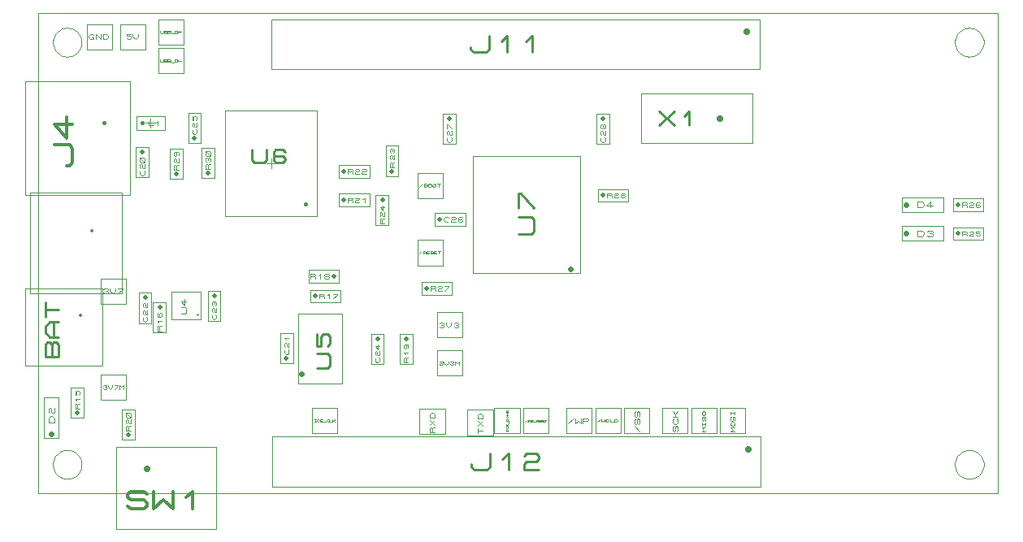
<source format=gbr>
G04 PROTEUS GERBER X2 FILE*
%TF.GenerationSoftware,Labcenter,Proteus,8.16-SP3-Build36097*%
%TF.CreationDate,2025-11-07T09:36:06+00:00*%
%TF.FileFunction,AssemblyDrawing,Top*%
%TF.FilePolarity,Positive*%
%TF.Part,Single*%
%TF.SameCoordinates,{7cfba198-d274-4d3b-beed-790fb78b42e9}*%
%FSLAX45Y45*%
%MOMM*%
G01*
%TA.AperFunction,Profile*%
%ADD30C,0.101600*%
%TA.AperFunction,Material*%
%ADD33C,0.101600*%
%ADD81C,0.450000*%
%ADD82C,0.321490*%
%ADD83C,0.711200*%
%ADD84C,0.284480*%
%ADD85C,0.640000*%
%ADD86C,0.228170*%
%ADD87C,0.299420*%
%ADD88C,0.609600*%
%ADD39C,0.099560*%
%ADD89C,0.508000*%
%ADD90C,0.076200*%
%ADD31C,0.063500*%
%ADD91C,0.050000*%
%ADD92C,0.340000*%
%ADD93C,0.227160*%
%ADD94C,0.084660*%
%ADD95C,0.254000*%
%ADD96C,0.093130*%
%ADD97C,0.571500*%
%ADD98C,0.221060*%
%ADD99C,0.036280*%
%ADD100C,0.031750*%
%ADD101C,0.025400*%
%ADD102C,0.050800*%
%ADD103C,0.266990*%
%ADD104C,0.042330*%
%ADD105C,0.411480*%
%ADD106C,0.222910*%
%ADD107C,0.396240*%
%ADD108C,0.069170*%
%ADD109C,0.360000*%
%TD.AperFunction*%
D30*
X-14000Y+13000D02*
X+9986000Y+13000D01*
X+9986000Y+5013000D01*
X-14000Y+5013000D01*
X-14000Y+13000D01*
X+9836000Y+4713000D02*
X+9835498Y+4725258D01*
X+9831422Y+4749775D01*
X+9822906Y+4774292D01*
X+9809032Y+4798809D01*
X+9787806Y+4823161D01*
X+9763289Y+4841555D01*
X+9738772Y+4853411D01*
X+9714255Y+4860315D01*
X+9689738Y+4862953D01*
X+9686000Y+4863000D01*
X+9536000Y+4713000D02*
X+9536502Y+4725258D01*
X+9540578Y+4749775D01*
X+9549094Y+4774292D01*
X+9562968Y+4798809D01*
X+9584194Y+4823161D01*
X+9608711Y+4841555D01*
X+9633228Y+4853411D01*
X+9657745Y+4860315D01*
X+9682262Y+4862953D01*
X+9686000Y+4863000D01*
X+9536000Y+4713000D02*
X+9536502Y+4700742D01*
X+9540578Y+4676225D01*
X+9549094Y+4651708D01*
X+9562968Y+4627191D01*
X+9584194Y+4602839D01*
X+9608711Y+4584445D01*
X+9633228Y+4572589D01*
X+9657745Y+4565685D01*
X+9682262Y+4563047D01*
X+9686000Y+4563000D01*
X+9836000Y+4713000D02*
X+9835498Y+4700742D01*
X+9831422Y+4676225D01*
X+9822906Y+4651708D01*
X+9809032Y+4627191D01*
X+9787806Y+4602839D01*
X+9763289Y+4584445D01*
X+9738772Y+4572589D01*
X+9714255Y+4565685D01*
X+9689738Y+4563047D01*
X+9686000Y+4563000D01*
X+9836000Y+313000D02*
X+9835498Y+325258D01*
X+9831422Y+349775D01*
X+9822906Y+374292D01*
X+9809032Y+398809D01*
X+9787806Y+423161D01*
X+9763289Y+441555D01*
X+9738772Y+453411D01*
X+9714255Y+460315D01*
X+9689738Y+462953D01*
X+9686000Y+463000D01*
X+9536000Y+313000D02*
X+9536502Y+325258D01*
X+9540578Y+349775D01*
X+9549094Y+374292D01*
X+9562968Y+398809D01*
X+9584194Y+423161D01*
X+9608711Y+441555D01*
X+9633228Y+453411D01*
X+9657745Y+460315D01*
X+9682262Y+462953D01*
X+9686000Y+463000D01*
X+9536000Y+313000D02*
X+9536502Y+300742D01*
X+9540578Y+276225D01*
X+9549094Y+251708D01*
X+9562968Y+227191D01*
X+9584194Y+202839D01*
X+9608711Y+184445D01*
X+9633228Y+172589D01*
X+9657745Y+165685D01*
X+9682262Y+163047D01*
X+9686000Y+163000D01*
X+9836000Y+313000D02*
X+9835498Y+300742D01*
X+9831422Y+276225D01*
X+9822906Y+251708D01*
X+9809032Y+227191D01*
X+9787806Y+202839D01*
X+9763289Y+184445D01*
X+9738772Y+172589D01*
X+9714255Y+165685D01*
X+9689738Y+163047D01*
X+9686000Y+163000D01*
X+436000Y+313000D02*
X+435498Y+325258D01*
X+431422Y+349775D01*
X+422906Y+374292D01*
X+409032Y+398809D01*
X+387806Y+423161D01*
X+363289Y+441555D01*
X+338772Y+453411D01*
X+314255Y+460315D01*
X+289738Y+462953D01*
X+286000Y+463000D01*
X+136000Y+313000D02*
X+136502Y+325258D01*
X+140578Y+349775D01*
X+149094Y+374292D01*
X+162968Y+398809D01*
X+184194Y+423161D01*
X+208711Y+441555D01*
X+233228Y+453411D01*
X+257745Y+460315D01*
X+282262Y+462953D01*
X+286000Y+463000D01*
X+136000Y+313000D02*
X+136502Y+300742D01*
X+140578Y+276225D01*
X+149094Y+251708D01*
X+162968Y+227191D01*
X+184194Y+202839D01*
X+208711Y+184445D01*
X+233228Y+172589D01*
X+257745Y+165685D01*
X+282262Y+163047D01*
X+286000Y+163000D01*
X+436000Y+313000D02*
X+435498Y+300742D01*
X+431422Y+276225D01*
X+422906Y+251708D01*
X+409032Y+227191D01*
X+387806Y+202839D01*
X+363289Y+184445D01*
X+338772Y+172589D01*
X+314255Y+165685D01*
X+289738Y+163047D01*
X+286000Y+163000D01*
X+436000Y+4713000D02*
X+435498Y+4725258D01*
X+431422Y+4749775D01*
X+422906Y+4774292D01*
X+409032Y+4798809D01*
X+387806Y+4823161D01*
X+363289Y+4841555D01*
X+338772Y+4853411D01*
X+314255Y+4860315D01*
X+289738Y+4862953D01*
X+286000Y+4863000D01*
X+136000Y+4713000D02*
X+136502Y+4725258D01*
X+140578Y+4749775D01*
X+149094Y+4774292D01*
X+162968Y+4798809D01*
X+184194Y+4823161D01*
X+208711Y+4841555D01*
X+233228Y+4853411D01*
X+257745Y+4860315D01*
X+282262Y+4862953D01*
X+286000Y+4863000D01*
X+136000Y+4713000D02*
X+136502Y+4700742D01*
X+140578Y+4676225D01*
X+149094Y+4651708D01*
X+162968Y+4627191D01*
X+184194Y+4602839D01*
X+208711Y+4584445D01*
X+233228Y+4572589D01*
X+257745Y+4565685D01*
X+282262Y+4563047D01*
X+286000Y+4563000D01*
X+436000Y+4713000D02*
X+435498Y+4700742D01*
X+431422Y+4676225D01*
X+422906Y+4651708D01*
X+409032Y+4627191D01*
X+387806Y+4602839D01*
X+363289Y+4584445D01*
X+338772Y+4572589D01*
X+314255Y+4565685D01*
X+289738Y+4563047D01*
X+286000Y+4563000D01*
D33*
X-155080Y+3120000D02*
X+937000Y+3120000D01*
X+937000Y+4310000D01*
X-155080Y+4310000D01*
X-155080Y+3120000D01*
D81*
X+670000Y+3870000D02*
X+670000Y+3870000D01*
D82*
X+278359Y+3425659D02*
X+310508Y+3425659D01*
X+342657Y+3461826D01*
X+342657Y+3606497D01*
X+310508Y+3642664D01*
X+149763Y+3642664D01*
X+278359Y+3932005D02*
X+278359Y+3715000D01*
X+149763Y+3859670D01*
X+342657Y+3859670D01*
D33*
X+2411920Y+4433920D02*
X+7502080Y+4433920D01*
X+7502080Y+4952080D01*
X+2411920Y+4952080D01*
X+2411920Y+4433920D01*
D83*
X+7370000Y+4820000D02*
X+7370000Y+4820000D01*
D84*
X+4489132Y+4664552D02*
X+4489132Y+4636104D01*
X+4521136Y+4607656D01*
X+4649152Y+4607656D01*
X+4681156Y+4636104D01*
X+4681156Y+4778344D01*
X+4809172Y+4721448D02*
X+4873180Y+4778344D01*
X+4873180Y+4607656D01*
X+5065204Y+4721448D02*
X+5129212Y+4778344D01*
X+5129212Y+4607656D01*
D33*
X+2421920Y+83920D02*
X+7512080Y+83920D01*
X+7512080Y+602080D01*
X+2421920Y+602080D01*
X+2421920Y+83920D01*
D83*
X+7380000Y+470000D02*
X+7380000Y+470000D01*
D84*
X+4499132Y+314552D02*
X+4499132Y+286104D01*
X+4531136Y+257656D01*
X+4659152Y+257656D01*
X+4691156Y+286104D01*
X+4691156Y+428344D01*
X+4819172Y+371448D02*
X+4883180Y+428344D01*
X+4883180Y+257656D01*
X+5043200Y+399896D02*
X+5075204Y+428344D01*
X+5171216Y+428344D01*
X+5203220Y+399896D01*
X+5203220Y+371448D01*
X+5171216Y+343000D01*
X+5075204Y+343000D01*
X+5043200Y+314552D01*
X+5043200Y+257656D01*
X+5203220Y+257656D01*
D33*
X+6264920Y+3664920D02*
X+7425080Y+3664920D01*
X+7425080Y+4175080D01*
X+6264920Y+4175080D01*
X+6264920Y+3664920D01*
D85*
X+7090000Y+3920000D02*
X+7090000Y+3920000D01*
D86*
X+6456105Y+3988452D02*
X+6610121Y+3851548D01*
X+6456105Y+3851548D02*
X+6610121Y+3988452D01*
X+6712798Y+3942817D02*
X+6764137Y+3988452D01*
X+6764137Y+3851548D01*
D33*
X+800000Y-355080D02*
X+1840000Y-355080D01*
X+1840000Y+495080D01*
X+800000Y+495080D01*
X+800000Y-355080D01*
D85*
X+1120000Y+270000D02*
X+1120000Y+270000D01*
D87*
X+915779Y-118425D02*
X+949464Y-148368D01*
X+1084204Y-148368D01*
X+1117889Y-118425D01*
X+1117889Y-88483D01*
X+1084204Y-58540D01*
X+949464Y-58540D01*
X+915779Y-28598D01*
X+915779Y+1344D01*
X+949464Y+31287D01*
X+1084204Y+31287D01*
X+1117889Y+1344D01*
X+1185260Y+31287D02*
X+1185260Y-148368D01*
X+1286315Y-58540D01*
X+1387370Y-148368D01*
X+1387370Y+31287D01*
X+1522111Y-28598D02*
X+1589481Y+31287D01*
X+1589481Y-148368D01*
D33*
X+43800Y+585550D02*
X+196200Y+585550D01*
X+196200Y+1014450D01*
X+43800Y+1014450D01*
X+43800Y+585550D01*
D88*
X+120000Y+630000D02*
X+120000Y+630000D01*
D39*
X+149871Y+747854D02*
X+90130Y+747854D01*
X+90130Y+792659D01*
X+110044Y+815062D01*
X+129957Y+815062D01*
X+149871Y+792659D01*
X+149871Y+747854D01*
X+100087Y+848666D02*
X+90130Y+859867D01*
X+90130Y+893471D01*
X+100087Y+904673D01*
X+110044Y+904673D01*
X+120000Y+893471D01*
X+120000Y+859867D01*
X+129957Y+848666D01*
X+149871Y+848666D01*
X+149871Y+904673D01*
D33*
X+326500Y+799200D02*
X+458580Y+799200D01*
X+458580Y+1114160D01*
X+326500Y+1114160D01*
X+326500Y+799200D01*
D89*
X+390000Y+850000D02*
X+390000Y+850000D01*
D90*
X+415400Y+891910D02*
X+369680Y+891910D01*
X+369680Y+934772D01*
X+377300Y+943345D01*
X+384920Y+943345D01*
X+392540Y+934772D01*
X+392540Y+891910D01*
X+392540Y+934772D02*
X+400160Y+943345D01*
X+415400Y+943345D01*
X+384920Y+977635D02*
X+369680Y+994780D01*
X+415400Y+994780D01*
X+369680Y+1080505D02*
X+369680Y+1037642D01*
X+384920Y+1037642D01*
X+384920Y+1071932D01*
X+392540Y+1080505D01*
X+407780Y+1080505D01*
X+415400Y+1071932D01*
X+415400Y+1046215D01*
X+407780Y+1037642D01*
D33*
X+856500Y+569200D02*
X+988580Y+569200D01*
X+988580Y+884160D01*
X+856500Y+884160D01*
X+856500Y+569200D01*
D89*
X+920000Y+620000D02*
X+920000Y+620000D01*
D90*
X+945400Y+661910D02*
X+899680Y+661910D01*
X+899680Y+704772D01*
X+907300Y+713345D01*
X+914920Y+713345D01*
X+922540Y+704772D01*
X+922540Y+661910D01*
X+922540Y+704772D02*
X+930160Y+713345D01*
X+945400Y+713345D01*
X+907300Y+739062D02*
X+899680Y+747635D01*
X+899680Y+773352D01*
X+907300Y+781925D01*
X+914920Y+781925D01*
X+922540Y+773352D01*
X+922540Y+747635D01*
X+930160Y+739062D01*
X+945400Y+739062D01*
X+945400Y+781925D01*
X+937780Y+799070D02*
X+907300Y+799070D01*
X+899680Y+807642D01*
X+899680Y+841932D01*
X+907300Y+850505D01*
X+937780Y+850505D01*
X+945400Y+841932D01*
X+945400Y+807642D01*
X+937780Y+799070D01*
X+945400Y+799070D02*
X+899680Y+850505D01*
D33*
X+637920Y+987920D02*
X+902080Y+987920D01*
X+902080Y+1252080D01*
X+637920Y+1252080D01*
X+637920Y+987920D01*
D31*
X+662843Y+1132700D02*
X+669987Y+1139050D01*
X+691418Y+1139050D01*
X+698562Y+1132700D01*
X+698562Y+1126350D01*
X+691418Y+1120000D01*
X+698562Y+1113650D01*
X+698562Y+1107300D01*
X+691418Y+1100950D01*
X+669987Y+1100950D01*
X+662843Y+1107300D01*
X+677131Y+1120000D02*
X+691418Y+1120000D01*
X+712850Y+1139050D02*
X+712850Y+1120000D01*
X+734281Y+1100950D01*
X+755712Y+1120000D01*
X+755712Y+1139050D01*
X+777143Y+1139050D02*
X+812862Y+1139050D01*
X+812862Y+1132700D01*
X+777143Y+1100950D01*
X+827150Y+1100950D02*
X+827150Y+1139050D01*
X+848581Y+1120000D01*
X+870012Y+1139050D01*
X+870012Y+1100950D01*
D91*
X-152000Y+1343000D02*
X+652000Y+1343000D01*
X+652000Y+2147000D01*
X-152000Y+2147000D01*
X-152000Y+1343000D01*
D92*
X+420000Y+1870000D02*
X+420000Y+1870000D01*
D93*
X+192401Y+1438324D02*
X+56100Y+1438324D01*
X+56100Y+1566105D01*
X+78817Y+1591662D01*
X+101534Y+1591662D01*
X+124250Y+1566105D01*
X+146967Y+1591662D01*
X+169684Y+1591662D01*
X+192401Y+1566105D01*
X+192401Y+1438324D01*
X+124250Y+1438324D02*
X+124250Y+1566105D01*
X+192401Y+1642775D02*
X+101534Y+1642775D01*
X+56100Y+1693887D01*
X+56100Y+1745000D01*
X+101534Y+1796113D01*
X+192401Y+1796113D01*
X+146967Y+1642775D02*
X+146967Y+1796113D01*
X+56100Y+1847226D02*
X+56100Y+2000564D01*
X+56100Y+1923895D02*
X+192401Y+1923895D01*
D33*
X+637920Y+1987920D02*
X+902080Y+1987920D01*
X+902080Y+2252080D01*
X+637920Y+2252080D01*
X+637920Y+1987920D01*
D94*
X+665226Y+2136933D02*
X+674751Y+2145399D01*
X+703326Y+2145399D01*
X+712851Y+2136933D01*
X+712851Y+2128466D01*
X+703326Y+2120000D01*
X+712851Y+2111533D01*
X+712851Y+2103066D01*
X+703326Y+2094600D01*
X+674751Y+2094600D01*
X+665226Y+2103066D01*
X+684276Y+2120000D02*
X+703326Y+2120000D01*
X+731901Y+2145399D02*
X+731901Y+2120000D01*
X+760475Y+2094600D01*
X+789050Y+2120000D01*
X+789050Y+2145399D01*
X+817624Y+2145399D02*
X+865249Y+2145399D01*
X+865249Y+2136933D01*
X+817624Y+2094600D01*
D33*
X+1371410Y+1826490D02*
X+1673670Y+1826490D01*
X+1673670Y+2116050D01*
X+1371410Y+2116050D01*
X+1371410Y+1826490D01*
D95*
X+1641920Y+1873480D02*
X+1641920Y+1873480D01*
D96*
X+1472375Y+1887451D02*
X+1518942Y+1887451D01*
X+1528255Y+1897928D01*
X+1528255Y+1939837D01*
X+1518942Y+1950315D01*
X+1472375Y+1950315D01*
X+1509628Y+2034134D02*
X+1509628Y+1971270D01*
X+1472375Y+2013179D01*
X+1528255Y+2013179D01*
D33*
X+1751420Y+1805840D02*
X+1883500Y+1805840D01*
X+1883500Y+2120800D01*
X+1751420Y+2120800D01*
X+1751420Y+1805840D01*
D89*
X+1820000Y+2070000D02*
X+1820000Y+2070000D01*
D90*
X+1832700Y+1873785D02*
X+1840320Y+1865212D01*
X+1840320Y+1839495D01*
X+1825080Y+1822350D01*
X+1809840Y+1822350D01*
X+1794600Y+1839495D01*
X+1794600Y+1865212D01*
X+1802220Y+1873785D01*
X+1802220Y+1899502D02*
X+1794600Y+1908075D01*
X+1794600Y+1933792D01*
X+1802220Y+1942365D01*
X+1809840Y+1942365D01*
X+1817460Y+1933792D01*
X+1817460Y+1908075D01*
X+1825080Y+1899502D01*
X+1840320Y+1899502D01*
X+1840320Y+1942365D01*
X+1802220Y+1968082D02*
X+1794600Y+1976655D01*
X+1794600Y+2002372D01*
X+1802220Y+2010945D01*
X+1809840Y+2010945D01*
X+1817460Y+2002372D01*
X+1825080Y+2010945D01*
X+1832700Y+2010945D01*
X+1840320Y+2002372D01*
X+1840320Y+1976655D01*
X+1832700Y+1968082D01*
X+1817460Y+1985227D02*
X+1817460Y+2002372D01*
D33*
X+2506500Y+1369200D02*
X+2638580Y+1369200D01*
X+2638580Y+1684160D01*
X+2506500Y+1684160D01*
X+2506500Y+1369200D01*
D89*
X+2570000Y+1420000D02*
X+2570000Y+1420000D01*
D90*
X+2587780Y+1513345D02*
X+2595400Y+1504772D01*
X+2595400Y+1479055D01*
X+2580160Y+1461910D01*
X+2564920Y+1461910D01*
X+2549680Y+1479055D01*
X+2549680Y+1504772D01*
X+2557300Y+1513345D01*
X+2557300Y+1539062D02*
X+2549680Y+1547635D01*
X+2549680Y+1573352D01*
X+2557300Y+1581925D01*
X+2564920Y+1581925D01*
X+2572540Y+1573352D01*
X+2572540Y+1547635D01*
X+2580160Y+1539062D01*
X+2595400Y+1539062D01*
X+2595400Y+1581925D01*
X+2564920Y+1616215D02*
X+2549680Y+1633360D01*
X+2595400Y+1633360D01*
D33*
X+2691400Y+1158050D02*
X+3148600Y+1158050D01*
X+3148600Y+1881950D01*
X+2691400Y+1881950D01*
X+2691400Y+1158050D01*
D97*
X+2729500Y+1259650D02*
X+2729500Y+1259650D01*
D98*
X+2887018Y+1321043D02*
X+2997550Y+1321043D01*
X+3019657Y+1345912D01*
X+3019657Y+1445391D01*
X+2997550Y+1470260D01*
X+2887018Y+1470260D01*
X+2887018Y+1669217D02*
X+2887018Y+1544869D01*
X+2931231Y+1544869D01*
X+2931231Y+1644348D01*
X+2953337Y+1669217D01*
X+2997550Y+1669217D01*
X+3019657Y+1644348D01*
X+3019657Y+1569739D01*
X+2997550Y+1544869D01*
D33*
X+2819200Y+2001420D02*
X+3134160Y+2001420D01*
X+3134160Y+2133500D01*
X+2819200Y+2133500D01*
X+2819200Y+2001420D01*
D89*
X+2870000Y+2070000D02*
X+2870000Y+2070000D01*
D90*
X+2911910Y+2044600D02*
X+2911910Y+2090320D01*
X+2954772Y+2090320D01*
X+2963345Y+2082700D01*
X+2963345Y+2075080D01*
X+2954772Y+2067460D01*
X+2911910Y+2067460D01*
X+2954772Y+2067460D02*
X+2963345Y+2059840D01*
X+2963345Y+2044600D01*
X+2997635Y+2075080D02*
X+3014780Y+2090320D01*
X+3014780Y+2044600D01*
X+3057642Y+2090320D02*
X+3100505Y+2090320D01*
X+3100505Y+2082700D01*
X+3057642Y+2044600D01*
D33*
X+3451420Y+1355840D02*
X+3583500Y+1355840D01*
X+3583500Y+1670800D01*
X+3451420Y+1670800D01*
X+3451420Y+1355840D01*
D89*
X+3520000Y+1620000D02*
X+3520000Y+1620000D01*
D90*
X+3532700Y+1423785D02*
X+3540320Y+1415212D01*
X+3540320Y+1389495D01*
X+3525080Y+1372350D01*
X+3509840Y+1372350D01*
X+3494600Y+1389495D01*
X+3494600Y+1415212D01*
X+3502220Y+1423785D01*
X+3502220Y+1449502D02*
X+3494600Y+1458075D01*
X+3494600Y+1483792D01*
X+3502220Y+1492365D01*
X+3509840Y+1492365D01*
X+3517460Y+1483792D01*
X+3517460Y+1458075D01*
X+3525080Y+1449502D01*
X+3540320Y+1449502D01*
X+3540320Y+1492365D01*
X+3525080Y+1560945D02*
X+3525080Y+1509510D01*
X+3494600Y+1543800D01*
X+3540320Y+1543800D01*
D33*
X+2805840Y+2206500D02*
X+3120800Y+2206500D01*
X+3120800Y+2338580D01*
X+2805840Y+2338580D01*
X+2805840Y+2206500D01*
D89*
X+3070000Y+2270000D02*
X+3070000Y+2270000D01*
D90*
X+2822350Y+2249680D02*
X+2822350Y+2295400D01*
X+2865212Y+2295400D01*
X+2873785Y+2287780D01*
X+2873785Y+2280160D01*
X+2865212Y+2272540D01*
X+2822350Y+2272540D01*
X+2865212Y+2272540D02*
X+2873785Y+2264920D01*
X+2873785Y+2249680D01*
X+2908075Y+2280160D02*
X+2925220Y+2295400D01*
X+2925220Y+2249680D01*
X+2976655Y+2272540D02*
X+2968082Y+2280160D01*
X+2968082Y+2287780D01*
X+2976655Y+2295400D01*
X+3002372Y+2295400D01*
X+3010945Y+2287780D01*
X+3010945Y+2280160D01*
X+3002372Y+2272540D01*
X+2976655Y+2272540D01*
X+2968082Y+2264920D01*
X+2968082Y+2257300D01*
X+2976655Y+2249680D01*
X+3002372Y+2249680D01*
X+3010945Y+2257300D01*
X+3010945Y+2264920D01*
X+3002372Y+2272540D01*
D33*
X+3751420Y+1355840D02*
X+3883500Y+1355840D01*
X+3883500Y+1670800D01*
X+3751420Y+1670800D01*
X+3751420Y+1355840D01*
D89*
X+3820000Y+1620000D02*
X+3820000Y+1620000D01*
D90*
X+3840320Y+1372350D02*
X+3794600Y+1372350D01*
X+3794600Y+1415212D01*
X+3802220Y+1423785D01*
X+3809840Y+1423785D01*
X+3817460Y+1415212D01*
X+3817460Y+1372350D01*
X+3817460Y+1415212D02*
X+3825080Y+1423785D01*
X+3840320Y+1423785D01*
X+3809840Y+1458075D02*
X+3794600Y+1475220D01*
X+3840320Y+1475220D01*
X+3809840Y+1560945D02*
X+3817460Y+1552372D01*
X+3817460Y+1526655D01*
X+3809840Y+1518082D01*
X+3802220Y+1518082D01*
X+3794600Y+1526655D01*
X+3794600Y+1552372D01*
X+3802220Y+1560945D01*
X+3832700Y+1560945D01*
X+3840320Y+1552372D01*
X+3840320Y+1526655D01*
D33*
X+2837920Y+637920D02*
X+3102080Y+637920D01*
X+3102080Y+902080D01*
X+2837920Y+902080D01*
X+2837920Y+637920D01*
D99*
X+2859786Y+780886D02*
X+2876114Y+780886D01*
X+2867950Y+780886D02*
X+2867950Y+759115D01*
X+2859786Y+759115D02*
X+2876114Y+759115D01*
X+2912852Y+762743D02*
X+2908770Y+759115D01*
X+2896524Y+759115D01*
X+2888360Y+766372D01*
X+2888360Y+773629D01*
X+2896524Y+780886D01*
X+2908770Y+780886D01*
X+2912852Y+777257D01*
X+2945508Y+759115D02*
X+2921016Y+759115D01*
X+2921016Y+780886D01*
X+2945508Y+780886D01*
X+2921016Y+770000D02*
X+2937344Y+770000D01*
X+2953672Y+755486D02*
X+2978164Y+755486D01*
X+3010820Y+762743D02*
X+3006738Y+759115D01*
X+2994492Y+759115D01*
X+2986328Y+766372D01*
X+2986328Y+773629D01*
X+2994492Y+780886D01*
X+3006738Y+780886D01*
X+3010820Y+777257D01*
X+3018984Y+780886D02*
X+3018984Y+759115D01*
X+3043476Y+759115D01*
X+3051640Y+780886D02*
X+3051640Y+759115D01*
X+3076132Y+780886D02*
X+3063886Y+770000D01*
X+3076132Y+759115D01*
X+3051640Y+770000D02*
X+3063886Y+770000D01*
D33*
X+4137920Y+1237920D02*
X+4402080Y+1237920D01*
X+4402080Y+1502080D01*
X+4137920Y+1502080D01*
X+4137920Y+1237920D01*
D31*
X+4162843Y+1382700D02*
X+4169987Y+1389050D01*
X+4191418Y+1389050D01*
X+4198562Y+1382700D01*
X+4198562Y+1376350D01*
X+4191418Y+1370000D01*
X+4198562Y+1363650D01*
X+4198562Y+1357300D01*
X+4191418Y+1350950D01*
X+4169987Y+1350950D01*
X+4162843Y+1357300D01*
X+4177131Y+1370000D02*
X+4191418Y+1370000D01*
X+4212850Y+1389050D02*
X+4212850Y+1370000D01*
X+4234281Y+1350950D01*
X+4255712Y+1370000D01*
X+4255712Y+1389050D01*
X+4277143Y+1382700D02*
X+4284287Y+1389050D01*
X+4305718Y+1389050D01*
X+4312862Y+1382700D01*
X+4312862Y+1376350D01*
X+4305718Y+1370000D01*
X+4312862Y+1363650D01*
X+4312862Y+1357300D01*
X+4305718Y+1350950D01*
X+4284287Y+1350950D01*
X+4277143Y+1357300D01*
X+4291431Y+1370000D02*
X+4305718Y+1370000D01*
X+4327150Y+1350950D02*
X+4327150Y+1389050D01*
X+4348581Y+1370000D01*
X+4370012Y+1389050D01*
X+4370012Y+1350950D01*
D33*
X+4137920Y+1637920D02*
X+4402080Y+1637920D01*
X+4402080Y+1902080D01*
X+4137920Y+1902080D01*
X+4137920Y+1637920D01*
D94*
X+4165226Y+1786933D02*
X+4174751Y+1795399D01*
X+4203326Y+1795399D01*
X+4212851Y+1786933D01*
X+4212851Y+1778466D01*
X+4203326Y+1770000D01*
X+4212851Y+1761533D01*
X+4212851Y+1753066D01*
X+4203326Y+1744600D01*
X+4174751Y+1744600D01*
X+4165226Y+1753066D01*
X+4184276Y+1770000D02*
X+4203326Y+1770000D01*
X+4231901Y+1795399D02*
X+4231901Y+1770000D01*
X+4260475Y+1744600D01*
X+4289050Y+1770000D01*
X+4289050Y+1795399D01*
X+4317624Y+1786933D02*
X+4327149Y+1795399D01*
X+4355724Y+1795399D01*
X+4365249Y+1786933D01*
X+4365249Y+1778466D01*
X+4355724Y+1770000D01*
X+4365249Y+1761533D01*
X+4365249Y+1753066D01*
X+4355724Y+1744600D01*
X+4327149Y+1744600D01*
X+4317624Y+1753066D01*
X+4336674Y+1770000D02*
X+4355724Y+1770000D01*
D33*
X+3957920Y+627920D02*
X+4222080Y+627920D01*
X+4222080Y+892080D01*
X+3957920Y+892080D01*
X+3957920Y+627920D01*
D94*
X+4115400Y+645702D02*
X+4064601Y+645702D01*
X+4064601Y+693326D01*
X+4073067Y+702851D01*
X+4081534Y+702851D01*
X+4090000Y+693326D01*
X+4090000Y+645702D01*
X+4090000Y+693326D02*
X+4098467Y+702851D01*
X+4115400Y+702851D01*
X+4064601Y+721901D02*
X+4115400Y+779050D01*
X+4115400Y+721901D02*
X+4064601Y+779050D01*
X+4115400Y+798100D02*
X+4064601Y+798100D01*
X+4064601Y+836199D01*
X+4081534Y+855249D01*
X+4098467Y+855249D01*
X+4115400Y+836199D01*
X+4115400Y+798100D01*
D33*
X+4457920Y+617920D02*
X+4722080Y+617920D01*
X+4722080Y+882080D01*
X+4457920Y+882080D01*
X+4457920Y+617920D01*
D94*
X+4564601Y+635702D02*
X+4564601Y+692851D01*
X+4564601Y+664276D02*
X+4615400Y+664276D01*
X+4564601Y+711901D02*
X+4615400Y+769050D01*
X+4615400Y+711901D02*
X+4564601Y+769050D01*
X+4615400Y+788100D02*
X+4564601Y+788100D01*
X+4564601Y+826199D01*
X+4581534Y+845249D01*
X+4598467Y+845249D01*
X+4615400Y+826199D01*
X+4615400Y+788100D01*
D33*
X+4737920Y+637920D02*
X+5002080Y+637920D01*
X+5002080Y+902080D01*
X+4737920Y+902080D01*
X+4737920Y+637920D01*
D100*
X+4860475Y+659271D02*
X+4860475Y+673559D01*
X+4860475Y+666415D02*
X+4879525Y+666415D01*
X+4879525Y+659271D02*
X+4879525Y+673559D01*
X+4876350Y+705706D02*
X+4879525Y+702134D01*
X+4879525Y+691418D01*
X+4873175Y+684275D01*
X+4866825Y+684275D01*
X+4860475Y+691418D01*
X+4860475Y+702134D01*
X+4863650Y+705706D01*
X+4879525Y+734281D02*
X+4879525Y+712850D01*
X+4860475Y+712850D01*
X+4860475Y+734281D01*
X+4870000Y+712850D02*
X+4870000Y+727137D01*
X+4882700Y+741425D02*
X+4882700Y+762856D01*
X+4879525Y+770000D02*
X+4860475Y+770000D01*
X+4860475Y+784287D01*
X+4866825Y+791431D01*
X+4873175Y+791431D01*
X+4879525Y+784287D01*
X+4879525Y+770000D01*
X+4866825Y+798575D02*
X+4860475Y+805718D01*
X+4860475Y+812862D01*
X+4866825Y+820006D01*
X+4873175Y+820006D01*
X+4879525Y+812862D01*
X+4879525Y+805718D01*
X+4873175Y+798575D01*
X+4866825Y+798575D01*
X+4879525Y+827150D02*
X+4860475Y+827150D01*
X+4879525Y+848581D01*
X+4860475Y+848581D01*
X+4879525Y+877156D02*
X+4879525Y+855725D01*
X+4860475Y+855725D01*
X+4860475Y+877156D01*
X+4870000Y+855725D02*
X+4870000Y+870012D01*
D33*
X+5037920Y+637920D02*
X+5302080Y+637920D01*
X+5302080Y+902080D01*
X+5037920Y+902080D01*
X+5037920Y+637920D01*
D101*
X+5072845Y+777620D02*
X+5055700Y+762380D01*
X+5081417Y+777620D02*
X+5092847Y+777620D01*
X+5087132Y+777620D02*
X+5087132Y+762380D01*
X+5081417Y+762380D02*
X+5092847Y+762380D01*
X+5118565Y+764920D02*
X+5115707Y+762380D01*
X+5107135Y+762380D01*
X+5101420Y+767460D01*
X+5101420Y+772540D01*
X+5107135Y+777620D01*
X+5115707Y+777620D01*
X+5118565Y+775080D01*
X+5141425Y+762380D02*
X+5124280Y+762380D01*
X+5124280Y+777620D01*
X+5141425Y+777620D01*
X+5124280Y+770000D02*
X+5135710Y+770000D01*
X+5147140Y+759840D02*
X+5164285Y+759840D01*
X+5170000Y+762380D02*
X+5170000Y+777620D01*
X+5184287Y+777620D01*
X+5187145Y+775080D01*
X+5187145Y+772540D01*
X+5184287Y+770000D01*
X+5170000Y+770000D01*
X+5184287Y+770000D02*
X+5187145Y+767460D01*
X+5187145Y+762380D01*
X+5210005Y+762380D02*
X+5192860Y+762380D01*
X+5192860Y+777620D01*
X+5210005Y+777620D01*
X+5192860Y+770000D02*
X+5204290Y+770000D01*
X+5215720Y+764920D02*
X+5218577Y+762380D01*
X+5230007Y+762380D01*
X+5232865Y+764920D01*
X+5232865Y+767460D01*
X+5230007Y+770000D01*
X+5218577Y+770000D01*
X+5215720Y+772540D01*
X+5215720Y+775080D01*
X+5218577Y+777620D01*
X+5230007Y+777620D01*
X+5232865Y+775080D01*
X+5255725Y+762380D02*
X+5238580Y+762380D01*
X+5238580Y+777620D01*
X+5255725Y+777620D01*
X+5238580Y+770000D02*
X+5250010Y+770000D01*
X+5261440Y+777620D02*
X+5278585Y+777620D01*
X+5270012Y+777620D02*
X+5270012Y+762380D01*
D33*
X+5487920Y+637920D02*
X+5752080Y+637920D01*
X+5752080Y+902080D01*
X+5487920Y+902080D01*
X+5487920Y+637920D01*
D94*
X+5562851Y+795399D02*
X+5505702Y+744600D01*
X+5581901Y+795399D02*
X+5581901Y+744600D01*
X+5610475Y+770000D01*
X+5639050Y+744600D01*
X+5639050Y+795399D01*
X+5658100Y+744600D02*
X+5658100Y+795399D01*
X+5705724Y+795399D01*
X+5715249Y+786933D01*
X+5715249Y+778466D01*
X+5705724Y+770000D01*
X+5658100Y+770000D01*
D33*
X+5787920Y+637920D02*
X+6052080Y+637920D01*
X+6052080Y+902080D01*
X+5787920Y+902080D01*
X+5787920Y+637920D01*
D102*
X+5839990Y+785240D02*
X+5805700Y+754760D01*
X+5851420Y+754760D02*
X+5851420Y+785240D01*
X+5885710Y+785240D02*
X+5885710Y+754760D01*
X+5851420Y+770000D02*
X+5885710Y+770000D01*
X+5897140Y+775080D02*
X+5908570Y+785240D01*
X+5920000Y+785240D01*
X+5931430Y+775080D01*
X+5931430Y+764920D01*
X+5920000Y+754760D01*
X+5908570Y+754760D01*
X+5897140Y+764920D01*
X+5897140Y+775080D01*
X+5942860Y+785240D02*
X+5942860Y+754760D01*
X+5977150Y+754760D01*
X+5988580Y+754760D02*
X+5988580Y+785240D01*
X+6011440Y+785240D01*
X+6022870Y+775080D01*
X+6022870Y+764920D01*
X+6011440Y+754760D01*
X+5988580Y+754760D01*
D33*
X+6087920Y+637920D02*
X+6352080Y+637920D01*
X+6352080Y+902080D01*
X+6087920Y+902080D01*
X+6087920Y+637920D01*
D94*
X+6194601Y+712851D02*
X+6245400Y+655702D01*
X+6236934Y+731901D02*
X+6245400Y+741425D01*
X+6245400Y+779525D01*
X+6236934Y+789050D01*
X+6228467Y+789050D01*
X+6220000Y+779525D01*
X+6220000Y+741425D01*
X+6211534Y+731901D01*
X+6203067Y+731901D01*
X+6194601Y+741425D01*
X+6194601Y+779525D01*
X+6203067Y+789050D01*
X+6236934Y+808100D02*
X+6245400Y+817624D01*
X+6245400Y+855724D01*
X+6236934Y+865249D01*
X+6228467Y+865249D01*
X+6220000Y+855724D01*
X+6220000Y+817624D01*
X+6211534Y+808100D01*
X+6203067Y+808100D01*
X+6194601Y+817624D01*
X+6194601Y+855724D01*
X+6203067Y+865249D01*
D33*
X+6487920Y+637920D02*
X+6752080Y+637920D01*
X+6752080Y+902080D01*
X+6487920Y+902080D01*
X+6487920Y+637920D01*
D94*
X+6636934Y+655702D02*
X+6645400Y+665226D01*
X+6645400Y+703326D01*
X+6636934Y+712851D01*
X+6628467Y+712851D01*
X+6620000Y+703326D01*
X+6620000Y+665226D01*
X+6611534Y+655702D01*
X+6603067Y+655702D01*
X+6594601Y+665226D01*
X+6594601Y+703326D01*
X+6603067Y+712851D01*
X+6636934Y+789050D02*
X+6645400Y+779525D01*
X+6645400Y+750950D01*
X+6628467Y+731901D01*
X+6611534Y+731901D01*
X+6594601Y+750950D01*
X+6594601Y+779525D01*
X+6603067Y+789050D01*
X+6594601Y+808100D02*
X+6645400Y+808100D01*
X+6594601Y+865249D02*
X+6620000Y+836674D01*
X+6645400Y+865249D01*
X+6620000Y+808100D02*
X+6620000Y+836674D01*
D33*
X+6787920Y+637920D02*
X+7052080Y+637920D01*
X+7052080Y+902080D01*
X+6787920Y+902080D01*
X+6787920Y+637920D01*
D31*
X+6939050Y+655700D02*
X+6900950Y+655700D01*
X+6920000Y+677131D01*
X+6900950Y+698562D01*
X+6939050Y+698562D01*
X+6900950Y+719993D02*
X+6900950Y+748568D01*
X+6900950Y+734281D02*
X+6939050Y+734281D01*
X+6939050Y+719993D02*
X+6939050Y+748568D01*
X+6932700Y+770000D02*
X+6939050Y+777143D01*
X+6939050Y+805718D01*
X+6932700Y+812862D01*
X+6926350Y+812862D01*
X+6920000Y+805718D01*
X+6920000Y+777143D01*
X+6913650Y+770000D01*
X+6907300Y+770000D01*
X+6900950Y+777143D01*
X+6900950Y+805718D01*
X+6907300Y+812862D01*
X+6913650Y+827150D02*
X+6900950Y+841437D01*
X+6900950Y+855725D01*
X+6913650Y+870012D01*
X+6926350Y+870012D01*
X+6939050Y+855725D01*
X+6939050Y+841437D01*
X+6926350Y+827150D01*
X+6913650Y+827150D01*
D33*
X+7087920Y+637920D02*
X+7352080Y+637920D01*
X+7352080Y+902080D01*
X+7087920Y+902080D01*
X+7087920Y+637920D01*
D31*
X+7239050Y+655700D02*
X+7200950Y+655700D01*
X+7220000Y+677131D01*
X+7200950Y+698562D01*
X+7239050Y+698562D01*
X+7213650Y+712850D02*
X+7200950Y+727137D01*
X+7200950Y+741425D01*
X+7213650Y+755712D01*
X+7226350Y+755712D01*
X+7239050Y+741425D01*
X+7239050Y+727137D01*
X+7226350Y+712850D01*
X+7213650Y+712850D01*
X+7232700Y+770000D02*
X+7239050Y+777143D01*
X+7239050Y+805718D01*
X+7232700Y+812862D01*
X+7226350Y+812862D01*
X+7220000Y+805718D01*
X+7220000Y+777143D01*
X+7213650Y+770000D01*
X+7207300Y+770000D01*
X+7200950Y+777143D01*
X+7200950Y+805718D01*
X+7207300Y+812862D01*
X+7200950Y+834293D02*
X+7200950Y+862868D01*
X+7200950Y+848581D02*
X+7239050Y+848581D01*
X+7239050Y+834293D02*
X+7239050Y+862868D01*
D33*
X+4511200Y+2310400D02*
X+5628800Y+2310400D01*
X+5628800Y+3529600D01*
X+4511200Y+3529600D01*
X+4511200Y+2310400D01*
D97*
X+5527200Y+2348500D02*
X+5527200Y+2348500D01*
D103*
X+4989902Y+2713041D02*
X+5123400Y+2713041D01*
X+5150099Y+2743078D01*
X+5150099Y+2863226D01*
X+5123400Y+2893263D01*
X+4989902Y+2893263D01*
X+4989902Y+2983374D02*
X+4989902Y+3133559D01*
X+5016601Y+3133559D01*
X+5150099Y+2983374D01*
D33*
X+5801420Y+3655840D02*
X+5933500Y+3655840D01*
X+5933500Y+3970800D01*
X+5801420Y+3970800D01*
X+5801420Y+3655840D01*
D89*
X+5870000Y+3920000D02*
X+5870000Y+3920000D01*
D90*
X+5882700Y+3723785D02*
X+5890320Y+3715212D01*
X+5890320Y+3689495D01*
X+5875080Y+3672350D01*
X+5859840Y+3672350D01*
X+5844600Y+3689495D01*
X+5844600Y+3715212D01*
X+5852220Y+3723785D01*
X+5852220Y+3749502D02*
X+5844600Y+3758075D01*
X+5844600Y+3783792D01*
X+5852220Y+3792365D01*
X+5859840Y+3792365D01*
X+5867460Y+3783792D01*
X+5867460Y+3758075D01*
X+5875080Y+3749502D01*
X+5890320Y+3749502D01*
X+5890320Y+3792365D01*
X+5867460Y+3826655D02*
X+5859840Y+3818082D01*
X+5852220Y+3818082D01*
X+5844600Y+3826655D01*
X+5844600Y+3852372D01*
X+5852220Y+3860945D01*
X+5859840Y+3860945D01*
X+5867460Y+3852372D01*
X+5867460Y+3826655D01*
X+5875080Y+3818082D01*
X+5882700Y+3818082D01*
X+5890320Y+3826655D01*
X+5890320Y+3852372D01*
X+5882700Y+3860945D01*
X+5875080Y+3860945D01*
X+5867460Y+3852372D01*
D33*
X+5819200Y+3051420D02*
X+6134160Y+3051420D01*
X+6134160Y+3183500D01*
X+5819200Y+3183500D01*
X+5819200Y+3051420D01*
D89*
X+5870000Y+3120000D02*
X+5870000Y+3120000D01*
D90*
X+5911910Y+3094600D02*
X+5911910Y+3140320D01*
X+5954772Y+3140320D01*
X+5963345Y+3132700D01*
X+5963345Y+3125080D01*
X+5954772Y+3117460D01*
X+5911910Y+3117460D01*
X+5954772Y+3117460D02*
X+5963345Y+3109840D01*
X+5963345Y+3094600D01*
X+5989062Y+3132700D02*
X+5997635Y+3140320D01*
X+6023352Y+3140320D01*
X+6031925Y+3132700D01*
X+6031925Y+3125080D01*
X+6023352Y+3117460D01*
X+5997635Y+3117460D01*
X+5989062Y+3109840D01*
X+5989062Y+3094600D01*
X+6031925Y+3094600D01*
X+6066215Y+3117460D02*
X+6057642Y+3125080D01*
X+6057642Y+3132700D01*
X+6066215Y+3140320D01*
X+6091932Y+3140320D01*
X+6100505Y+3132700D01*
X+6100505Y+3125080D01*
X+6091932Y+3117460D01*
X+6066215Y+3117460D01*
X+6057642Y+3109840D01*
X+6057642Y+3102220D01*
X+6066215Y+3094600D01*
X+6091932Y+3094600D01*
X+6100505Y+3102220D01*
X+6100505Y+3109840D01*
X+6091932Y+3117460D01*
D33*
X+4201420Y+3655840D02*
X+4333500Y+3655840D01*
X+4333500Y+3970800D01*
X+4201420Y+3970800D01*
X+4201420Y+3655840D01*
D89*
X+4270000Y+3920000D02*
X+4270000Y+3920000D01*
D90*
X+4282700Y+3723785D02*
X+4290320Y+3715212D01*
X+4290320Y+3689495D01*
X+4275080Y+3672350D01*
X+4259840Y+3672350D01*
X+4244600Y+3689495D01*
X+4244600Y+3715212D01*
X+4252220Y+3723785D01*
X+4252220Y+3749502D02*
X+4244600Y+3758075D01*
X+4244600Y+3783792D01*
X+4252220Y+3792365D01*
X+4259840Y+3792365D01*
X+4267460Y+3783792D01*
X+4267460Y+3758075D01*
X+4275080Y+3749502D01*
X+4290320Y+3749502D01*
X+4290320Y+3792365D01*
X+4244600Y+3818082D02*
X+4244600Y+3860945D01*
X+4252220Y+3860945D01*
X+4290320Y+3818082D01*
D33*
X+4119200Y+2801420D02*
X+4434160Y+2801420D01*
X+4434160Y+2933500D01*
X+4119200Y+2933500D01*
X+4119200Y+2801420D01*
D89*
X+4170000Y+2870000D02*
X+4170000Y+2870000D01*
D90*
X+4263345Y+2852220D02*
X+4254772Y+2844600D01*
X+4229055Y+2844600D01*
X+4211910Y+2859840D01*
X+4211910Y+2875080D01*
X+4229055Y+2890320D01*
X+4254772Y+2890320D01*
X+4263345Y+2882700D01*
X+4289062Y+2882700D02*
X+4297635Y+2890320D01*
X+4323352Y+2890320D01*
X+4331925Y+2882700D01*
X+4331925Y+2875080D01*
X+4323352Y+2867460D01*
X+4297635Y+2867460D01*
X+4289062Y+2859840D01*
X+4289062Y+2844600D01*
X+4331925Y+2844600D01*
X+4400505Y+2882700D02*
X+4391932Y+2890320D01*
X+4366215Y+2890320D01*
X+4357642Y+2882700D01*
X+4357642Y+2852220D01*
X+4366215Y+2844600D01*
X+4391932Y+2844600D01*
X+4400505Y+2852220D01*
X+4400505Y+2859840D01*
X+4391932Y+2867460D01*
X+4357642Y+2867460D01*
D33*
X+3937920Y+3087920D02*
X+4202080Y+3087920D01*
X+4202080Y+3352080D01*
X+3937920Y+3352080D01*
X+3937920Y+3087920D01*
D102*
X+3989990Y+3235240D02*
X+3955700Y+3204760D01*
X+4001420Y+3204760D02*
X+4001420Y+3235240D01*
X+4029995Y+3235240D01*
X+4035710Y+3230160D01*
X+4035710Y+3225080D01*
X+4029995Y+3220000D01*
X+4035710Y+3214920D01*
X+4035710Y+3209840D01*
X+4029995Y+3204760D01*
X+4001420Y+3204760D01*
X+4001420Y+3220000D02*
X+4029995Y+3220000D01*
X+4047140Y+3225080D02*
X+4058570Y+3235240D01*
X+4070000Y+3235240D01*
X+4081430Y+3225080D01*
X+4081430Y+3214920D01*
X+4070000Y+3204760D01*
X+4058570Y+3204760D01*
X+4047140Y+3214920D01*
X+4047140Y+3225080D01*
X+4092860Y+3225080D02*
X+4104290Y+3235240D01*
X+4115720Y+3235240D01*
X+4127150Y+3225080D01*
X+4127150Y+3214920D01*
X+4115720Y+3204760D01*
X+4104290Y+3204760D01*
X+4092860Y+3214920D01*
X+4092860Y+3225080D01*
X+4138580Y+3235240D02*
X+4172870Y+3235240D01*
X+4155725Y+3235240D02*
X+4155725Y+3204760D01*
D33*
X+3937920Y+2387920D02*
X+4202080Y+2387920D01*
X+4202080Y+2652080D01*
X+3937920Y+2652080D01*
X+3937920Y+2387920D01*
D104*
X+3984277Y+2532700D02*
X+3955703Y+2507300D01*
X+3993802Y+2507300D02*
X+3993802Y+2532700D01*
X+4017613Y+2532700D01*
X+4022376Y+2528467D01*
X+4022376Y+2524233D01*
X+4017613Y+2520000D01*
X+3993802Y+2520000D01*
X+4017613Y+2520000D02*
X+4022376Y+2515767D01*
X+4022376Y+2507300D01*
X+4060475Y+2507300D02*
X+4031901Y+2507300D01*
X+4031901Y+2532700D01*
X+4060475Y+2532700D01*
X+4031901Y+2520000D02*
X+4050950Y+2520000D01*
X+4070000Y+2511533D02*
X+4074762Y+2507300D01*
X+4093811Y+2507300D01*
X+4098574Y+2511533D01*
X+4098574Y+2515767D01*
X+4093811Y+2520000D01*
X+4074762Y+2520000D01*
X+4070000Y+2524233D01*
X+4070000Y+2528467D01*
X+4074762Y+2532700D01*
X+4093811Y+2532700D01*
X+4098574Y+2528467D01*
X+4136673Y+2507300D02*
X+4108099Y+2507300D01*
X+4108099Y+2532700D01*
X+4136673Y+2532700D01*
X+4108099Y+2520000D02*
X+4127148Y+2520000D01*
X+4146198Y+2532700D02*
X+4174772Y+2532700D01*
X+4160485Y+2532700D02*
X+4160485Y+2507300D01*
D33*
X+3979200Y+2081420D02*
X+4294160Y+2081420D01*
X+4294160Y+2213500D01*
X+3979200Y+2213500D01*
X+3979200Y+2081420D01*
D89*
X+4030000Y+2150000D02*
X+4030000Y+2150000D01*
D90*
X+4071910Y+2124600D02*
X+4071910Y+2170320D01*
X+4114772Y+2170320D01*
X+4123345Y+2162700D01*
X+4123345Y+2155080D01*
X+4114772Y+2147460D01*
X+4071910Y+2147460D01*
X+4114772Y+2147460D02*
X+4123345Y+2139840D01*
X+4123345Y+2124600D01*
X+4149062Y+2162700D02*
X+4157635Y+2170320D01*
X+4183352Y+2170320D01*
X+4191925Y+2162700D01*
X+4191925Y+2155080D01*
X+4183352Y+2147460D01*
X+4157635Y+2147460D01*
X+4149062Y+2139840D01*
X+4149062Y+2124600D01*
X+4191925Y+2124600D01*
X+4217642Y+2170320D02*
X+4260505Y+2170320D01*
X+4260505Y+2162700D01*
X+4217642Y+2124600D01*
D91*
X+2885000Y+4002500D02*
X+1935000Y+4002500D01*
X+1935000Y+2902500D01*
X+2885000Y+2902500D01*
X+2885000Y+4002500D01*
X+2410000Y+3402500D02*
X+2410000Y+3502500D01*
X+2360000Y+3452500D02*
X+2460000Y+3452500D01*
D105*
X+2770000Y+3030000D02*
X+2770000Y+3030000D01*
D106*
X+2209381Y+3594660D02*
X+2209381Y+3483205D01*
X+2234458Y+3460914D01*
X+2334767Y+3460914D01*
X+2359845Y+3483205D01*
X+2359845Y+3594660D01*
X+2560464Y+3572369D02*
X+2535386Y+3594660D01*
X+2460154Y+3594660D01*
X+2435077Y+3572369D01*
X+2435077Y+3483205D01*
X+2460154Y+3460914D01*
X+2535386Y+3460914D01*
X+2560464Y+3483205D01*
X+2560464Y+3505496D01*
X+2535386Y+3527787D01*
X+2435077Y+3527787D01*
D91*
X+1005000Y+3795000D02*
X+1305000Y+3795000D01*
X+1305000Y+3945000D01*
X+1005000Y+3945000D01*
X+1005000Y+3795000D01*
X+1155000Y+3920000D02*
X+1155000Y+3820000D01*
X+1205000Y+3870000D02*
X+1105000Y+3870000D01*
D107*
X+1070000Y+3870000D02*
X+1070000Y+3870000D01*
D108*
X+1136398Y+3890752D02*
X+1136398Y+3849247D01*
X+1183091Y+3849247D01*
X+1214220Y+3876917D02*
X+1229785Y+3890752D01*
X+1229785Y+3849247D01*
D33*
X+1001420Y+3305840D02*
X+1133500Y+3305840D01*
X+1133500Y+3620800D01*
X+1001420Y+3620800D01*
X+1001420Y+3305840D01*
D89*
X+1070000Y+3570000D02*
X+1070000Y+3570000D01*
D90*
X+1082700Y+3373785D02*
X+1090320Y+3365212D01*
X+1090320Y+3339495D01*
X+1075080Y+3322350D01*
X+1059840Y+3322350D01*
X+1044600Y+3339495D01*
X+1044600Y+3365212D01*
X+1052220Y+3373785D01*
X+1052220Y+3399502D02*
X+1044600Y+3408075D01*
X+1044600Y+3433792D01*
X+1052220Y+3442365D01*
X+1059840Y+3442365D01*
X+1067460Y+3433792D01*
X+1067460Y+3408075D01*
X+1075080Y+3399502D01*
X+1090320Y+3399502D01*
X+1090320Y+3442365D01*
X+1082700Y+3459510D02*
X+1052220Y+3459510D01*
X+1044600Y+3468082D01*
X+1044600Y+3502372D01*
X+1052220Y+3510945D01*
X+1082700Y+3510945D01*
X+1090320Y+3502372D01*
X+1090320Y+3468082D01*
X+1082700Y+3459510D01*
X+1090320Y+3459510D02*
X+1044600Y+3510945D01*
D33*
X+1356500Y+3289200D02*
X+1488580Y+3289200D01*
X+1488580Y+3604160D01*
X+1356500Y+3604160D01*
X+1356500Y+3289200D01*
D89*
X+1420000Y+3340000D02*
X+1420000Y+3340000D01*
D90*
X+1445400Y+3381910D02*
X+1399680Y+3381910D01*
X+1399680Y+3424772D01*
X+1407300Y+3433345D01*
X+1414920Y+3433345D01*
X+1422540Y+3424772D01*
X+1422540Y+3381910D01*
X+1422540Y+3424772D02*
X+1430160Y+3433345D01*
X+1445400Y+3433345D01*
X+1407300Y+3459062D02*
X+1399680Y+3467635D01*
X+1399680Y+3493352D01*
X+1407300Y+3501925D01*
X+1414920Y+3501925D01*
X+1422540Y+3493352D01*
X+1422540Y+3467635D01*
X+1430160Y+3459062D01*
X+1445400Y+3459062D01*
X+1445400Y+3501925D01*
X+1414920Y+3570505D02*
X+1422540Y+3561932D01*
X+1422540Y+3536215D01*
X+1414920Y+3527642D01*
X+1407300Y+3527642D01*
X+1399680Y+3536215D01*
X+1399680Y+3561932D01*
X+1407300Y+3570505D01*
X+1437780Y+3570505D01*
X+1445400Y+3561932D01*
X+1445400Y+3536215D01*
D33*
X+1546500Y+3659200D02*
X+1678580Y+3659200D01*
X+1678580Y+3974160D01*
X+1546500Y+3974160D01*
X+1546500Y+3659200D01*
D89*
X+1610000Y+3710000D02*
X+1610000Y+3710000D01*
D90*
X+1627780Y+3803345D02*
X+1635400Y+3794772D01*
X+1635400Y+3769055D01*
X+1620160Y+3751910D01*
X+1604920Y+3751910D01*
X+1589680Y+3769055D01*
X+1589680Y+3794772D01*
X+1597300Y+3803345D01*
X+1597300Y+3829062D02*
X+1589680Y+3837635D01*
X+1589680Y+3863352D01*
X+1597300Y+3871925D01*
X+1604920Y+3871925D01*
X+1612540Y+3863352D01*
X+1612540Y+3837635D01*
X+1620160Y+3829062D01*
X+1635400Y+3829062D01*
X+1635400Y+3871925D01*
X+1589680Y+3940505D02*
X+1589680Y+3897642D01*
X+1604920Y+3897642D01*
X+1604920Y+3931932D01*
X+1612540Y+3940505D01*
X+1627780Y+3940505D01*
X+1635400Y+3931932D01*
X+1635400Y+3906215D01*
X+1627780Y+3897642D01*
D33*
X+8985550Y+2643800D02*
X+9414450Y+2643800D01*
X+9414450Y+2796200D01*
X+8985550Y+2796200D01*
X+8985550Y+2643800D01*
D88*
X+9030000Y+2720000D02*
X+9030000Y+2720000D01*
D39*
X+9147854Y+2690129D02*
X+9147854Y+2749870D01*
X+9192659Y+2749870D01*
X+9215062Y+2729956D01*
X+9215062Y+2710043D01*
X+9192659Y+2690129D01*
X+9147854Y+2690129D01*
X+9248666Y+2739913D02*
X+9259867Y+2749870D01*
X+9293471Y+2749870D01*
X+9304673Y+2739913D01*
X+9304673Y+2729956D01*
X+9293471Y+2720000D01*
X+9304673Y+2710043D01*
X+9304673Y+2700086D01*
X+9293471Y+2690129D01*
X+9259867Y+2690129D01*
X+9248666Y+2700086D01*
X+9271069Y+2720000D02*
X+9293471Y+2720000D01*
D33*
X+8985550Y+2943800D02*
X+9414450Y+2943800D01*
X+9414450Y+3096200D01*
X+8985550Y+3096200D01*
X+8985550Y+2943800D01*
D88*
X+9030000Y+3020000D02*
X+9030000Y+3020000D01*
D39*
X+9147854Y+2990129D02*
X+9147854Y+3049870D01*
X+9192659Y+3049870D01*
X+9215062Y+3029956D01*
X+9215062Y+3010043D01*
X+9192659Y+2990129D01*
X+9147854Y+2990129D01*
X+9304673Y+3010043D02*
X+9237465Y+3010043D01*
X+9282270Y+3049870D01*
X+9282270Y+2990129D01*
D33*
X+9519200Y+2951420D02*
X+9834160Y+2951420D01*
X+9834160Y+3083500D01*
X+9519200Y+3083500D01*
X+9519200Y+2951420D01*
D89*
X+9570000Y+3020000D02*
X+9570000Y+3020000D01*
D90*
X+9611910Y+2994600D02*
X+9611910Y+3040320D01*
X+9654772Y+3040320D01*
X+9663345Y+3032700D01*
X+9663345Y+3025080D01*
X+9654772Y+3017460D01*
X+9611910Y+3017460D01*
X+9654772Y+3017460D02*
X+9663345Y+3009840D01*
X+9663345Y+2994600D01*
X+9689062Y+3032700D02*
X+9697635Y+3040320D01*
X+9723352Y+3040320D01*
X+9731925Y+3032700D01*
X+9731925Y+3025080D01*
X+9723352Y+3017460D01*
X+9697635Y+3017460D01*
X+9689062Y+3009840D01*
X+9689062Y+2994600D01*
X+9731925Y+2994600D01*
X+9800505Y+3032700D02*
X+9791932Y+3040320D01*
X+9766215Y+3040320D01*
X+9757642Y+3032700D01*
X+9757642Y+3002220D01*
X+9766215Y+2994600D01*
X+9791932Y+2994600D01*
X+9800505Y+3002220D01*
X+9800505Y+3009840D01*
X+9791932Y+3017460D01*
X+9757642Y+3017460D01*
D33*
X+9519200Y+2651420D02*
X+9834160Y+2651420D01*
X+9834160Y+2783500D01*
X+9519200Y+2783500D01*
X+9519200Y+2651420D01*
D89*
X+9570000Y+2720000D02*
X+9570000Y+2720000D01*
D90*
X+9611910Y+2694600D02*
X+9611910Y+2740320D01*
X+9654772Y+2740320D01*
X+9663345Y+2732700D01*
X+9663345Y+2725080D01*
X+9654772Y+2717460D01*
X+9611910Y+2717460D01*
X+9654772Y+2717460D02*
X+9663345Y+2709840D01*
X+9663345Y+2694600D01*
X+9689062Y+2732700D02*
X+9697635Y+2740320D01*
X+9723352Y+2740320D01*
X+9731925Y+2732700D01*
X+9731925Y+2725080D01*
X+9723352Y+2717460D01*
X+9697635Y+2717460D01*
X+9689062Y+2709840D01*
X+9689062Y+2694600D01*
X+9731925Y+2694600D01*
X+9800505Y+2740320D02*
X+9757642Y+2740320D01*
X+9757642Y+2725080D01*
X+9791932Y+2725080D01*
X+9800505Y+2717460D01*
X+9800505Y+2702220D01*
X+9791932Y+2694600D01*
X+9766215Y+2694600D01*
X+9757642Y+2702220D01*
D33*
X+1237920Y+4687920D02*
X+1502080Y+4687920D01*
X+1502080Y+4952080D01*
X+1237920Y+4952080D01*
X+1237920Y+4687920D01*
D104*
X+1255703Y+4832700D02*
X+1255703Y+4811533D01*
X+1260465Y+4807300D01*
X+1279514Y+4807300D01*
X+1284277Y+4811533D01*
X+1284277Y+4832700D01*
X+1293802Y+4811533D02*
X+1298564Y+4807300D01*
X+1317613Y+4807300D01*
X+1322376Y+4811533D01*
X+1322376Y+4815767D01*
X+1317613Y+4820000D01*
X+1298564Y+4820000D01*
X+1293802Y+4824233D01*
X+1293802Y+4828467D01*
X+1298564Y+4832700D01*
X+1317613Y+4832700D01*
X+1322376Y+4828467D01*
X+1331901Y+4807300D02*
X+1331901Y+4832700D01*
X+1355712Y+4832700D01*
X+1360475Y+4828467D01*
X+1360475Y+4824233D01*
X+1355712Y+4820000D01*
X+1360475Y+4815767D01*
X+1360475Y+4811533D01*
X+1355712Y+4807300D01*
X+1331901Y+4807300D01*
X+1331901Y+4820000D02*
X+1355712Y+4820000D01*
X+1370000Y+4803067D02*
X+1398574Y+4803067D01*
X+1408099Y+4807300D02*
X+1408099Y+4832700D01*
X+1427148Y+4832700D01*
X+1436673Y+4824233D01*
X+1436673Y+4815767D01*
X+1427148Y+4807300D01*
X+1408099Y+4807300D01*
X+1446198Y+4820000D02*
X+1474772Y+4820000D01*
X+1460485Y+4828467D02*
X+1460485Y+4811533D01*
D33*
X+1237920Y+4387920D02*
X+1502080Y+4387920D01*
X+1502080Y+4652080D01*
X+1237920Y+4652080D01*
X+1237920Y+4387920D01*
D104*
X+1255703Y+4532700D02*
X+1255703Y+4511533D01*
X+1260465Y+4507300D01*
X+1279514Y+4507300D01*
X+1284277Y+4511533D01*
X+1284277Y+4532700D01*
X+1293802Y+4511533D02*
X+1298564Y+4507300D01*
X+1317613Y+4507300D01*
X+1322376Y+4511533D01*
X+1322376Y+4515767D01*
X+1317613Y+4520000D01*
X+1298564Y+4520000D01*
X+1293802Y+4524233D01*
X+1293802Y+4528467D01*
X+1298564Y+4532700D01*
X+1317613Y+4532700D01*
X+1322376Y+4528467D01*
X+1331901Y+4507300D02*
X+1331901Y+4532700D01*
X+1355712Y+4532700D01*
X+1360475Y+4528467D01*
X+1360475Y+4524233D01*
X+1355712Y+4520000D01*
X+1360475Y+4515767D01*
X+1360475Y+4511533D01*
X+1355712Y+4507300D01*
X+1331901Y+4507300D01*
X+1331901Y+4520000D02*
X+1355712Y+4520000D01*
X+1370000Y+4503067D02*
X+1398574Y+4503067D01*
X+1408099Y+4507300D02*
X+1408099Y+4532700D01*
X+1427148Y+4532700D01*
X+1436673Y+4524233D01*
X+1436673Y+4515767D01*
X+1427148Y+4507300D01*
X+1408099Y+4507300D01*
X+1450960Y+4520000D02*
X+1474772Y+4520000D01*
D33*
X+837920Y+4637920D02*
X+1102080Y+4637920D01*
X+1102080Y+4902080D01*
X+837920Y+4902080D01*
X+837920Y+4637920D01*
D94*
X+950950Y+4795399D02*
X+903325Y+4795399D01*
X+903325Y+4778466D01*
X+941425Y+4778466D01*
X+950950Y+4770000D01*
X+950950Y+4753066D01*
X+941425Y+4744600D01*
X+912850Y+4744600D01*
X+903325Y+4753066D01*
X+970000Y+4795399D02*
X+970000Y+4770000D01*
X+998574Y+4744600D01*
X+1027149Y+4770000D01*
X+1027149Y+4795399D01*
D33*
X+487920Y+4637920D02*
X+752080Y+4637920D01*
X+752080Y+4902080D01*
X+487920Y+4902080D01*
X+487920Y+4637920D01*
D94*
X+543801Y+4761533D02*
X+562851Y+4761533D01*
X+562851Y+4744600D01*
X+524751Y+4744600D01*
X+505702Y+4761533D01*
X+505702Y+4778466D01*
X+524751Y+4795399D01*
X+553326Y+4795399D01*
X+562851Y+4786933D01*
X+581901Y+4744600D02*
X+581901Y+4795399D01*
X+639050Y+4744600D01*
X+639050Y+4795399D01*
X+658100Y+4744600D02*
X+658100Y+4795399D01*
X+696199Y+4795399D01*
X+715249Y+4778466D01*
X+715249Y+4761533D01*
X+696199Y+4744600D01*
X+658100Y+4744600D01*
D33*
X+3119200Y+3001420D02*
X+3434160Y+3001420D01*
X+3434160Y+3133500D01*
X+3119200Y+3133500D01*
X+3119200Y+3001420D01*
D89*
X+3170000Y+3070000D02*
X+3170000Y+3070000D01*
D90*
X+3211910Y+3044600D02*
X+3211910Y+3090320D01*
X+3254772Y+3090320D01*
X+3263345Y+3082700D01*
X+3263345Y+3075080D01*
X+3254772Y+3067460D01*
X+3211910Y+3067460D01*
X+3254772Y+3067460D02*
X+3263345Y+3059840D01*
X+3263345Y+3044600D01*
X+3289062Y+3082700D02*
X+3297635Y+3090320D01*
X+3323352Y+3090320D01*
X+3331925Y+3082700D01*
X+3331925Y+3075080D01*
X+3323352Y+3067460D01*
X+3297635Y+3067460D01*
X+3289062Y+3059840D01*
X+3289062Y+3044600D01*
X+3331925Y+3044600D01*
X+3366215Y+3075080D02*
X+3383360Y+3090320D01*
X+3383360Y+3044600D01*
D33*
X+3119200Y+3301420D02*
X+3434160Y+3301420D01*
X+3434160Y+3433500D01*
X+3119200Y+3433500D01*
X+3119200Y+3301420D01*
D89*
X+3170000Y+3370000D02*
X+3170000Y+3370000D01*
D90*
X+3211910Y+3344600D02*
X+3211910Y+3390320D01*
X+3254772Y+3390320D01*
X+3263345Y+3382700D01*
X+3263345Y+3375080D01*
X+3254772Y+3367460D01*
X+3211910Y+3367460D01*
X+3254772Y+3367460D02*
X+3263345Y+3359840D01*
X+3263345Y+3344600D01*
X+3289062Y+3382700D02*
X+3297635Y+3390320D01*
X+3323352Y+3390320D01*
X+3331925Y+3382700D01*
X+3331925Y+3375080D01*
X+3323352Y+3367460D01*
X+3297635Y+3367460D01*
X+3289062Y+3359840D01*
X+3289062Y+3344600D01*
X+3331925Y+3344600D01*
X+3357642Y+3382700D02*
X+3366215Y+3390320D01*
X+3391932Y+3390320D01*
X+3400505Y+3382700D01*
X+3400505Y+3375080D01*
X+3391932Y+3367460D01*
X+3366215Y+3367460D01*
X+3357642Y+3359840D01*
X+3357642Y+3344600D01*
X+3400505Y+3344600D01*
D33*
X+3606500Y+3319200D02*
X+3738580Y+3319200D01*
X+3738580Y+3634160D01*
X+3606500Y+3634160D01*
X+3606500Y+3319200D01*
D89*
X+3670000Y+3370000D02*
X+3670000Y+3370000D01*
D90*
X+3695400Y+3411910D02*
X+3649680Y+3411910D01*
X+3649680Y+3454772D01*
X+3657300Y+3463345D01*
X+3664920Y+3463345D01*
X+3672540Y+3454772D01*
X+3672540Y+3411910D01*
X+3672540Y+3454772D02*
X+3680160Y+3463345D01*
X+3695400Y+3463345D01*
X+3657300Y+3489062D02*
X+3649680Y+3497635D01*
X+3649680Y+3523352D01*
X+3657300Y+3531925D01*
X+3664920Y+3531925D01*
X+3672540Y+3523352D01*
X+3672540Y+3497635D01*
X+3680160Y+3489062D01*
X+3695400Y+3489062D01*
X+3695400Y+3531925D01*
X+3657300Y+3557642D02*
X+3649680Y+3566215D01*
X+3649680Y+3591932D01*
X+3657300Y+3600505D01*
X+3664920Y+3600505D01*
X+3672540Y+3591932D01*
X+3680160Y+3600505D01*
X+3687780Y+3600505D01*
X+3695400Y+3591932D01*
X+3695400Y+3566215D01*
X+3687780Y+3557642D01*
X+3672540Y+3574787D02*
X+3672540Y+3591932D01*
D33*
X+3501420Y+2805840D02*
X+3633500Y+2805840D01*
X+3633500Y+3120800D01*
X+3501420Y+3120800D01*
X+3501420Y+2805840D01*
D89*
X+3570000Y+3070000D02*
X+3570000Y+3070000D01*
D90*
X+3590320Y+2822350D02*
X+3544600Y+2822350D01*
X+3544600Y+2865212D01*
X+3552220Y+2873785D01*
X+3559840Y+2873785D01*
X+3567460Y+2865212D01*
X+3567460Y+2822350D01*
X+3567460Y+2865212D02*
X+3575080Y+2873785D01*
X+3590320Y+2873785D01*
X+3552220Y+2899502D02*
X+3544600Y+2908075D01*
X+3544600Y+2933792D01*
X+3552220Y+2942365D01*
X+3559840Y+2942365D01*
X+3567460Y+2933792D01*
X+3567460Y+2908075D01*
X+3575080Y+2899502D01*
X+3590320Y+2899502D01*
X+3590320Y+2942365D01*
X+3575080Y+3010945D02*
X+3575080Y+2959510D01*
X+3544600Y+2993800D01*
X+3590320Y+2993800D01*
D39*
X-102000Y+2092000D02*
X+855000Y+2092000D01*
X+855000Y+3148000D01*
X-102000Y+3148000D01*
X-102000Y+2092000D01*
D109*
X+540000Y+2750000D02*
X+540000Y+2750000D01*
D33*
X+1686500Y+3299200D02*
X+1818580Y+3299200D01*
X+1818580Y+3614160D01*
X+1686500Y+3614160D01*
X+1686500Y+3299200D01*
D89*
X+1750000Y+3350000D02*
X+1750000Y+3350000D01*
D90*
X+1775400Y+3391910D02*
X+1729680Y+3391910D01*
X+1729680Y+3434772D01*
X+1737300Y+3443345D01*
X+1744920Y+3443345D01*
X+1752540Y+3434772D01*
X+1752540Y+3391910D01*
X+1752540Y+3434772D02*
X+1760160Y+3443345D01*
X+1775400Y+3443345D01*
X+1737300Y+3469062D02*
X+1729680Y+3477635D01*
X+1729680Y+3503352D01*
X+1737300Y+3511925D01*
X+1744920Y+3511925D01*
X+1752540Y+3503352D01*
X+1760160Y+3511925D01*
X+1767780Y+3511925D01*
X+1775400Y+3503352D01*
X+1775400Y+3477635D01*
X+1767780Y+3469062D01*
X+1752540Y+3486207D02*
X+1752540Y+3503352D01*
X+1767780Y+3529070D02*
X+1737300Y+3529070D01*
X+1729680Y+3537642D01*
X+1729680Y+3571932D01*
X+1737300Y+3580505D01*
X+1767780Y+3580505D01*
X+1775400Y+3571932D01*
X+1775400Y+3537642D01*
X+1767780Y+3529070D01*
X+1775400Y+3529070D02*
X+1729680Y+3580505D01*
D33*
X+1031420Y+1785840D02*
X+1163500Y+1785840D01*
X+1163500Y+2100800D01*
X+1031420Y+2100800D01*
X+1031420Y+1785840D01*
D89*
X+1100000Y+2050000D02*
X+1100000Y+2050000D01*
D90*
X+1112700Y+1853785D02*
X+1120320Y+1845212D01*
X+1120320Y+1819495D01*
X+1105080Y+1802350D01*
X+1089840Y+1802350D01*
X+1074600Y+1819495D01*
X+1074600Y+1845212D01*
X+1082220Y+1853785D01*
X+1082220Y+1879502D02*
X+1074600Y+1888075D01*
X+1074600Y+1913792D01*
X+1082220Y+1922365D01*
X+1089840Y+1922365D01*
X+1097460Y+1913792D01*
X+1097460Y+1888075D01*
X+1105080Y+1879502D01*
X+1120320Y+1879502D01*
X+1120320Y+1922365D01*
X+1082220Y+1948082D02*
X+1074600Y+1956655D01*
X+1074600Y+1982372D01*
X+1082220Y+1990945D01*
X+1089840Y+1990945D01*
X+1097460Y+1982372D01*
X+1097460Y+1956655D01*
X+1105080Y+1948082D01*
X+1120320Y+1948082D01*
X+1120320Y+1990945D01*
D33*
X+1181420Y+1685840D02*
X+1313500Y+1685840D01*
X+1313500Y+2000800D01*
X+1181420Y+2000800D01*
X+1181420Y+1685840D01*
D89*
X+1250000Y+1950000D02*
X+1250000Y+1950000D01*
D90*
X+1270320Y+1702350D02*
X+1224600Y+1702350D01*
X+1224600Y+1745212D01*
X+1232220Y+1753785D01*
X+1239840Y+1753785D01*
X+1247460Y+1745212D01*
X+1247460Y+1702350D01*
X+1247460Y+1745212D02*
X+1255080Y+1753785D01*
X+1270320Y+1753785D01*
X+1239840Y+1788075D02*
X+1224600Y+1805220D01*
X+1270320Y+1805220D01*
X+1232220Y+1890945D02*
X+1224600Y+1882372D01*
X+1224600Y+1856655D01*
X+1232220Y+1848082D01*
X+1262700Y+1848082D01*
X+1270320Y+1856655D01*
X+1270320Y+1882372D01*
X+1262700Y+1890945D01*
X+1255080Y+1890945D01*
X+1247460Y+1882372D01*
X+1247460Y+1848082D01*
M02*

</source>
